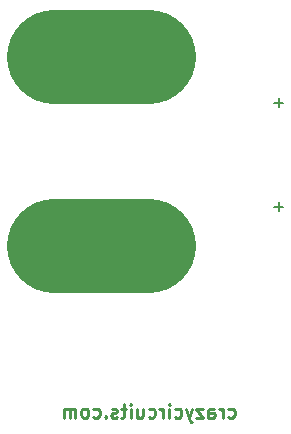
<source format=gbo>
%TF.GenerationSoftware,KiCad,Pcbnew,4.0.5-e0-6337~49~ubuntu16.04.1*%
%TF.CreationDate,2017-02-03T09:39:49-08:00*%
%TF.ProjectId,LegoLED-SMTButton-Battery,4C65676F4C45442D534D54427574746F,1.0*%
%TF.FileFunction,Legend,Bot*%
%FSLAX46Y46*%
G04 Gerber Fmt 4.6, Leading zero omitted, Abs format (unit mm)*
G04 Created by KiCad (PCBNEW 4.0.5-e0-6337~49~ubuntu16.04.1) date Fri Feb  3 09:39:49 2017*
%MOMM*%
%LPD*%
G01*
G04 APERTURE LIST*
%ADD10C,0.350000*%
%ADD11C,8.000000*%
%ADD12C,0.254000*%
%ADD13C,0.150000*%
G04 APERTURE END LIST*
D10*
D11*
X156800000Y-91920000D02*
X164800000Y-91920000D01*
X156800000Y-75920000D02*
X164800000Y-75920000D01*
D12*
X171541928Y-106379643D02*
X171650785Y-106434071D01*
X171868499Y-106434071D01*
X171977357Y-106379643D01*
X172031785Y-106325214D01*
X172086214Y-106216357D01*
X172086214Y-105889786D01*
X172031785Y-105780929D01*
X171977357Y-105726500D01*
X171868499Y-105672071D01*
X171650785Y-105672071D01*
X171541928Y-105726500D01*
X171052071Y-106434071D02*
X171052071Y-105672071D01*
X171052071Y-105889786D02*
X170997643Y-105780929D01*
X170943214Y-105726500D01*
X170834357Y-105672071D01*
X170725500Y-105672071D01*
X169854643Y-106434071D02*
X169854643Y-105835357D01*
X169909072Y-105726500D01*
X170017929Y-105672071D01*
X170235643Y-105672071D01*
X170344500Y-105726500D01*
X169854643Y-106379643D02*
X169963500Y-106434071D01*
X170235643Y-106434071D01*
X170344500Y-106379643D01*
X170398929Y-106270786D01*
X170398929Y-106161929D01*
X170344500Y-106053071D01*
X170235643Y-105998643D01*
X169963500Y-105998643D01*
X169854643Y-105944214D01*
X169419214Y-105672071D02*
X168820500Y-105672071D01*
X169419214Y-106434071D01*
X168820500Y-106434071D01*
X168493928Y-105672071D02*
X168221785Y-106434071D01*
X167949643Y-105672071D02*
X168221785Y-106434071D01*
X168330643Y-106706214D01*
X168385071Y-106760643D01*
X168493928Y-106815071D01*
X167024357Y-106379643D02*
X167133214Y-106434071D01*
X167350928Y-106434071D01*
X167459786Y-106379643D01*
X167514214Y-106325214D01*
X167568643Y-106216357D01*
X167568643Y-105889786D01*
X167514214Y-105780929D01*
X167459786Y-105726500D01*
X167350928Y-105672071D01*
X167133214Y-105672071D01*
X167024357Y-105726500D01*
X166534500Y-106434071D02*
X166534500Y-105672071D01*
X166534500Y-105291071D02*
X166588929Y-105345500D01*
X166534500Y-105399929D01*
X166480072Y-105345500D01*
X166534500Y-105291071D01*
X166534500Y-105399929D01*
X165990214Y-106434071D02*
X165990214Y-105672071D01*
X165990214Y-105889786D02*
X165935786Y-105780929D01*
X165881357Y-105726500D01*
X165772500Y-105672071D01*
X165663643Y-105672071D01*
X164792786Y-106379643D02*
X164901643Y-106434071D01*
X165119357Y-106434071D01*
X165228215Y-106379643D01*
X165282643Y-106325214D01*
X165337072Y-106216357D01*
X165337072Y-105889786D01*
X165282643Y-105780929D01*
X165228215Y-105726500D01*
X165119357Y-105672071D01*
X164901643Y-105672071D01*
X164792786Y-105726500D01*
X163813072Y-105672071D02*
X163813072Y-106434071D01*
X164302929Y-105672071D02*
X164302929Y-106270786D01*
X164248501Y-106379643D01*
X164139643Y-106434071D01*
X163976358Y-106434071D01*
X163867501Y-106379643D01*
X163813072Y-106325214D01*
X163268786Y-106434071D02*
X163268786Y-105672071D01*
X163268786Y-105291071D02*
X163323215Y-105345500D01*
X163268786Y-105399929D01*
X163214358Y-105345500D01*
X163268786Y-105291071D01*
X163268786Y-105399929D01*
X162887786Y-105672071D02*
X162452357Y-105672071D01*
X162724500Y-105291071D02*
X162724500Y-106270786D01*
X162670072Y-106379643D01*
X162561214Y-106434071D01*
X162452357Y-106434071D01*
X162125786Y-106379643D02*
X162016929Y-106434071D01*
X161799214Y-106434071D01*
X161690357Y-106379643D01*
X161635929Y-106270786D01*
X161635929Y-106216357D01*
X161690357Y-106107500D01*
X161799214Y-106053071D01*
X161962500Y-106053071D01*
X162071357Y-105998643D01*
X162125786Y-105889786D01*
X162125786Y-105835357D01*
X162071357Y-105726500D01*
X161962500Y-105672071D01*
X161799214Y-105672071D01*
X161690357Y-105726500D01*
X161146071Y-106325214D02*
X161091643Y-106379643D01*
X161146071Y-106434071D01*
X161200500Y-106379643D01*
X161146071Y-106325214D01*
X161146071Y-106434071D01*
X160111928Y-106379643D02*
X160220785Y-106434071D01*
X160438499Y-106434071D01*
X160547357Y-106379643D01*
X160601785Y-106325214D01*
X160656214Y-106216357D01*
X160656214Y-105889786D01*
X160601785Y-105780929D01*
X160547357Y-105726500D01*
X160438499Y-105672071D01*
X160220785Y-105672071D01*
X160111928Y-105726500D01*
X159458785Y-106434071D02*
X159567643Y-106379643D01*
X159622071Y-106325214D01*
X159676500Y-106216357D01*
X159676500Y-105889786D01*
X159622071Y-105780929D01*
X159567643Y-105726500D01*
X159458785Y-105672071D01*
X159295500Y-105672071D01*
X159186643Y-105726500D01*
X159132214Y-105780929D01*
X159077785Y-105889786D01*
X159077785Y-106216357D01*
X159132214Y-106325214D01*
X159186643Y-106379643D01*
X159295500Y-106434071D01*
X159458785Y-106434071D01*
X158587928Y-106434071D02*
X158587928Y-105672071D01*
X158587928Y-105780929D02*
X158533500Y-105726500D01*
X158424642Y-105672071D01*
X158261357Y-105672071D01*
X158152500Y-105726500D01*
X158098071Y-105835357D01*
X158098071Y-106434071D01*
X158098071Y-105835357D02*
X158043642Y-105726500D01*
X157934785Y-105672071D01*
X157771500Y-105672071D01*
X157662642Y-105726500D01*
X157608214Y-105835357D01*
X157608214Y-106434071D01*
D13*
X176180952Y-88591429D02*
X175419047Y-88591429D01*
X175799999Y-88972381D02*
X175799999Y-88210476D01*
X176180952Y-79791429D02*
X175419047Y-79791429D01*
X175799999Y-80172381D02*
X175799999Y-79410476D01*
M02*

</source>
